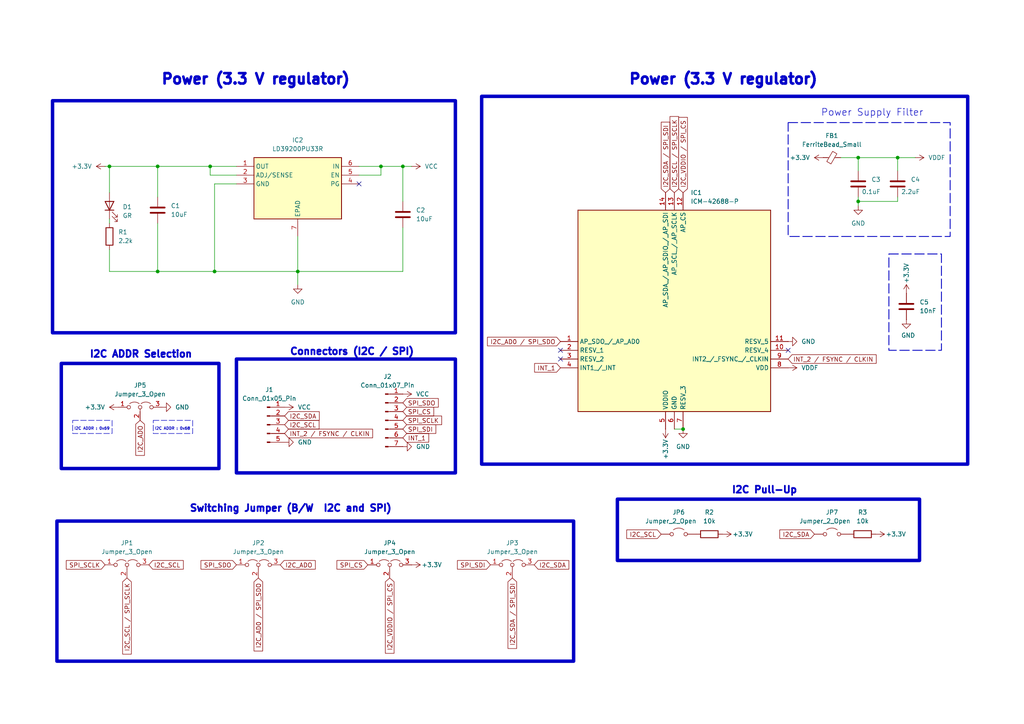
<source format=kicad_sch>
(kicad_sch (version 20231120) (generator "eeschema") (generator_version "8.0")
  (paper "A4")
  (lib_symbols
    (symbol "Connector:Conn_01x05_Pin" (pin_names (offset 1.016) hide)
      (property "Reference" "J" (at 0 7.62 0))
      (property "Value" "Conn_01x05_Pin" (at 0 -7.62 0))
      (symbol "Conn_01x05_Pin_1_1"
        (polyline (pts (xy 1.27 -5.08) (xy 0.8636 -5.08)) (stroke (width 0.1524)))
        (polyline (pts (xy 1.27 -2.54) (xy 0.8636 -2.54)) (stroke (width 0.1524)))
        (polyline (pts (xy 1.27 0) (xy 0.8636 0)) (stroke (width 0.1524)))
        (polyline (pts (xy 1.27 2.54) (xy 0.8636 2.54)) (stroke (width 0.1524)))
        (polyline (pts (xy 1.27 5.08) (xy 0.8636 5.08)) (stroke (width 0.1524)))
        (rectangle (start 0.8636 -4.953) (end 0 -5.207) (stroke (width 0.1524)) (fill (type outline)))
        (rectangle (start 0.8636 -2.413) (end 0 -2.667) (stroke (width 0.1524)) (fill (type outline)))
        (rectangle (start 0.8636 0.127) (end 0 -0.127) (stroke (width 0.1524)) (fill (type outline)))
        (rectangle (start 0.8636 2.667) (end 0 2.413) (stroke (width 0.1524)) (fill (type outline)))
        (rectangle (start 0.8636 5.207) (end 0 4.953) (stroke (width 0.1524)) (fill (type outline)))
        (pin passive line (at 5.08 5.08 180) (length 3.81) (name "Pin_1") (number "1"))
        (pin passive line (at 5.08 2.54 180) (length 3.81) (name "Pin_2") (number "2"))
        (pin passive line (at 5.08 0 180) (length 3.81) (name "Pin_3") (number "3"))
        (pin passive line (at 5.08 -2.54 180) (length 3.81) (name "Pin_4") (number "4"))
        (pin passive line (at 5.08 -5.08 180) (length 3.81) (name "Pin_5") (number "5"))
      )
    )
    (symbol "Connector:Conn_01x07_Pin" (pin_names (offset 1.016) hide)
      (property "Reference" "J" (at 0 10.16 0))
      (property "Value" "Conn_01x07_Pin" (at 0 -10.16 0))
      (symbol "Conn_01x07_Pin_1_1"
        (polyline (pts (xy 1.27 -7.62) (xy 0.8636 -7.62)) (stroke (width 0.1524)))
        (polyline (pts (xy 1.27 -5.08) (xy 0.8636 -5.08)) (stroke (width 0.1524)))
        (polyline (pts (xy 1.27 -2.54) (xy 0.8636 -2.54)) (stroke (width 0.1524)))
        (polyline (pts (xy 1.27 0) (xy 0.8636 0)) (stroke (width 0.1524)))
        (polyline (pts (xy 1.27 2.54) (xy 0.8636 2.54)) (stroke (width 0.1524)))
        (polyline (pts (xy 1.27 5.08) (xy 0.8636 5.08)) (stroke (width 0.1524)))
        (polyline (pts (xy 1.27 7.62) (xy 0.8636 7.62)) (stroke (width 0.1524)))
        (rectangle (start 0.8636 -7.493) (end 0 -7.747) (stroke (width 0.1524)) (fill (type outline)))
        (rectangle (start 0.8636 -4.953) (end 0 -5.207) (stroke (width 0.1524)) (fill (type outline)))
        (rectangle (start 0.8636 -2.413) (end 0 -2.667) (stroke (width 0.1524)) (fill (type outline)))
        (rectangle (start 0.8636 0.127) (end 0 -0.127) (stroke (width 0.1524)) (fill (type outline)))
        (rectangle (start 0.8636 2.667) (end 0 2.413) (stroke (width 0.1524)) (fill (type outline)))
        (rectangle (start 0.8636 5.207) (end 0 4.953) (stroke (width 0.1524)) (fill (type outline)))
        (rectangle (start 0.8636 7.747) (end 0 7.493) (stroke (width 0.1524)) (fill (type outline)))
        (pin passive line (at 5.08 7.62 180) (length 3.81) (name "Pin_1") (number "1"))
        (pin passive line (at 5.08 5.08 180) (length 3.81) (name "Pin_2") (number "2"))
        (pin passive line (at 5.08 2.54 180) (length 3.81) (name "Pin_3") (number "3"))
        (pin passive line (at 5.08 0 180) (length 3.81) (name "Pin_4") (number "4"))
        (pin passive line (at 5.08 -2.54 180) (length 3.81) (name "Pin_5") (number "5"))
        (pin passive line (at 5.08 -5.08 180) (length 3.81) (name "Pin_6") (number "6"))
        (pin passive line (at 5.08 -7.62 180) (length 3.81) (name "Pin_7") (number "7"))
      )
    )
    (symbol "Device:C" (pin_numbers hide) (pin_names (offset 0.254))
      (property "Reference" "C" (at 0.635 2.54 0))
      (property "Value" "C" (at 0.635 -2.54 0))
      (symbol "C_0_1"
        (polyline (pts (xy -2.032 -0.762) (xy 2.032 -0.762)) (stroke (width 0.508)))
        (polyline (pts (xy -2.032 0.762) (xy 2.032 0.762)) (stroke (width 0.508)))
      )
      (symbol "C_1_1"
        (pin passive line (at 0 3.81 270) (length 2.794) (name "~") (number "1"))
        (pin passive line (at 0 -3.81 90) (length 2.794) (name "~") (number "2"))
      )
    )
    (symbol "Device:FerriteBead_Small" (pin_numbers hide) (pin_names (offset 0))
      (property "Reference" "FB" (at 1.905 1.27 0))
      (property "Value" "FerriteBead_Small" (at 1.905 -1.27 0))
      (symbol "FerriteBead_Small_0_1"
        (polyline (pts (xy 0 -1.27) (xy 0 -0.7874)))
        (polyline (pts (xy 0 0.889) (xy 0 1.2954)))
        (polyline (pts (xy -1.8288 0.2794) (xy -1.1176 1.4986) (xy 1.8288 -0.2032) (xy 1.1176 -1.4224) (xy -1.8288 0.2794)))
      )
      (symbol "FerriteBead_Small_1_1"
        (pin passive line (at 0 2.54 270) (length 1.27) (name "~") (number "1"))
        (pin passive line (at 0 -2.54 90) (length 1.27) (name "~") (number "2"))
      )
    )
    (symbol "Device:LED" (pin_numbers hide) (pin_names (offset 1.016) hide)
      (property "Reference" "D" (at 0 2.54 0))
      (property "Value" "LED" (at 0 -2.54 0))
      (symbol "LED_0_1"
        (polyline (pts (xy -1.27 -1.27) (xy -1.27 1.27)) (stroke (width 0.254)))
        (polyline (pts (xy -1.27 0) (xy 1.27 0)))
        (polyline (pts (xy 1.27 -1.27) (xy 1.27 1.27) (xy -1.27 0) (xy 1.27 -1.27)) (stroke (width 0.254)))
        (polyline (pts (xy -3.048 -0.762) (xy -4.572 -2.286) (xy -3.81 -2.286) (xy -4.572 -2.286) (xy -4.572 -1.524)))
        (polyline (pts (xy -1.778 -0.762) (xy -3.302 -2.286) (xy -2.54 -2.286) (xy -3.302 -2.286) (xy -3.302 -1.524)))
      )
      (symbol "LED_1_1"
        (pin passive line (at -3.81 0 0) (length 2.54) (name "K") (number "1"))
        (pin passive line (at 3.81 0 180) (length 2.54) (name "A") (number "2"))
      )
    )
    (symbol "Device:R" (pin_numbers hide) (pin_names (offset 0))
      (property "Reference" "R" (at 2.032 0 90))
      (property "Value" "R" (at 0 0 90))
      (symbol "R_0_1"
        (rectangle (start -1.016 -2.54) (end 1.016 2.54) (stroke (width 0.254)))
      )
      (symbol "R_1_1"
        (pin passive line (at 0 3.81 270) (length 1.27) (name "~") (number "1"))
        (pin passive line (at 0 -3.81 90) (length 1.27) (name "~") (number "2"))
      )
    )
    (symbol "Jumper:Jumper_2_Open" (pin_numbers hide) (pin_names (offset 0) hide) (exclude_from_sim yes)
      (property "Reference" "JP" (at 0 2.794 0))
      (property "Value" "Jumper_2_Open" (at 0 -2.286 0))
      (symbol "Jumper_2_Open_0_0"
        (circle (center -2.032 0) (radius 0.508))
        (circle (center 2.032 0) (radius 0.508))
      )
      (symbol "Jumper_2_Open_0_1"
        (arc (start 1.524 1.27) (mid 0 1.778) (end -1.524 1.27))
      )
      (symbol "Jumper_2_Open_1_1"
        (pin passive line (at -5.08 0 0) (length 2.54) (name "A") (number "1"))
        (pin passive line (at 5.08 0 180) (length 2.54) (name "B") (number "2"))
      )
    )
    (symbol "Jumper:Jumper_3_Open" (pin_names (offset 0) hide) (exclude_from_sim yes) (in_bom no)
      (property "Reference" "JP" (at -2.54 -2.54 0))
      (property "Value" "Jumper_3_Open" (at 0 2.794 0))
      (symbol "Jumper_3_Open_0_0"
        (circle (center -3.302 0) (radius 0.508))
        (circle (center 0 0) (radius 0.508))
        (circle (center 3.302 0) (radius 0.508))
      )
      (symbol "Jumper_3_Open_0_1"
        (arc (start -0.254 1.016) (mid -1.651 1.4992) (end -3.048 1.016))
        (polyline (pts (xy 0 -0.508) (xy 0 -1.27)))
        (arc (start 3.048 1.016) (mid 1.651 1.4992) (end 0.254 1.016))
      )
      (symbol "Jumper_3_Open_1_1"
        (pin passive line (at -6.35 0 0) (length 2.54) (name "A") (number "1"))
        (pin passive line (at 0 -3.81 90) (length 2.54) (name "C") (number "2"))
        (pin passive line (at 6.35 0 180) (length 2.54) (name "B") (number "3"))
      )
    )
    (symbol "SamacSys_Parts:ICM-42688-P"
      (property "Reference" "IC" (at 62.23 43.18 0))
      (property "Value" "ICM-42688-P" (at 62.23 40.64 0))
      (symbol "ICM-42688-P_1_1"
        (rectangle (start 5.08 38.1) (end 60.96 -20.32) (stroke (width 0.254)) (fill (type background)))
        (pin passive line (at 0 0 0) (length 5.08) (name "AP_SDO_/_AP_AD0") (number "1"))
        (pin passive line (at 66.04 -2.54 180) (length 5.08) (name "RESV_4") (number "10"))
        (pin passive line (at 66.04 0 180) (length 5.08) (name "RESV_5") (number "11"))
        (pin passive line (at 35.56 43.18 270) (length 5.08) (name "AP_CS") (number "12"))
        (pin passive line (at 33.02 43.18 270) (length 5.08) (name "AP_SCL_/_AP_SCLK") (number "13"))
        (pin passive line (at 30.48 43.18 270) (length 5.08) (name "AP_SDA_/_AP_SDIO_/_AP_SDI") (number "14"))
        (pin passive line (at 0 -2.54 0) (length 5.08) (name "RESV_1") (number "2"))
        (pin passive line (at 0 -5.08 0) (length 5.08) (name "RESV_2") (number "3"))
        (pin passive line (at 0 -7.62 0) (length 5.08) (name "INT1_/_INT") (number "4"))
        (pin passive line (at 30.48 -25.4 90) (length 5.08) (name "VDDIO") (number "5"))
        (pin passive line (at 33.02 -25.4 90) (length 5.08) (name "GND") (number "6"))
        (pin passive line (at 35.56 -25.4 90) (length 5.08) (name "RESV_3") (number "7"))
        (pin passive line (at 66.04 -7.62 180) (length 5.08) (name "VDD") (number "8"))
        (pin passive line (at 66.04 -5.08 180) (length 5.08) (name "INT2_/_FSYNC_/_CLKIN") (number "9"))
      )
    )
    (symbol "SamacSys_Parts:LD39200PU33R"
      (property "Reference" "IC" (at 31.75 7.62 0))
      (property "Value" "LD39200PU33R" (at 31.75 5.08 0))
      (symbol "LD39200PU33R_1_1"
        (rectangle (start 5.08 2.54) (end 30.48 -15.24) (stroke (width 0.254)) (fill (type background)))
        (pin passive line (at 0 0 0) (length 5.08) (name "OUT") (number "1"))
        (pin passive line (at 0 -2.54 0) (length 5.08) (name "ADJ/SENSE") (number "2"))
        (pin passive line (at 0 -5.08 0) (length 5.08) (name "GND") (number "3"))
        (pin passive line (at 35.56 -5.08 180) (length 5.08) (name "PG") (number "4"))
        (pin passive line (at 35.56 -2.54 180) (length 5.08) (name "EN") (number "5"))
        (pin passive line (at 35.56 0 180) (length 5.08) (name "IN") (number "6"))
        (pin passive line (at 17.78 -20.32 90) (length 5.08) (name "EPAD") (number "7"))
      )
    )
    (symbol "power:+3.3V" (power) (pin_numbers hide) (pin_names (offset 0) hide)
      (property "Value" "+3.3V" (at 0 3.556 0))
      (symbol "+3.3V_0_1"
        (polyline (pts (xy -0.762 1.27) (xy 0 2.54)))
        (polyline (pts (xy 0 0) (xy 0 2.54)))
        (polyline (pts (xy 0 2.54) (xy 0.762 1.27)))
      )
      (symbol "+3.3V_1_1"
        (pin power_in line (at 0 0 90) (length 0) (name "~") (number "1"))
      )
    )
    (symbol "power:GND" (power) (pin_numbers hide) (pin_names (offset 0) hide)
      (property "Value" "GND" (at 0 -3.81 0))
      (symbol "GND_0_1"
        (polyline (pts (xy 0 0) (xy 0 -1.27) (xy 1.27 -1.27) (xy 0 -2.54) (xy -1.27 -1.27) (xy 0 -1.27)))
      )
      (symbol "GND_1_1"
        (pin power_in line (at 0 0 270) (length 0) (name "~") (number "1"))
      )
    )
    (symbol "power:VCC" (power) (pin_numbers hide) (pin_names (offset 0) hide)
      (property "Value" "VCC" (at 0 3.556 0))
      (symbol "VCC_0_1"
        (polyline (pts (xy -0.762 1.27) (xy 0 2.54)))
        (polyline (pts (xy 0 0) (xy 0 2.54)))
        (polyline (pts (xy 0 2.54) (xy 0.762 1.27)))
      )
      (symbol "VCC_1_1"
        (pin power_in line (at 0 0 90) (length 0) (name "~") (number "1"))
      )
    )
    (symbol "power:VDDA" (power) (pin_numbers hide) (pin_names (offset 0) hide)
      (property "Value" "VDDA" (at 0 3.556 0))
      (symbol "VDDA_0_1"
        (polyline (pts (xy -0.762 1.27) (xy 0 2.54)))
        (polyline (pts (xy 0 0) (xy 0 2.54)))
        (polyline (pts (xy 0 2.54) (xy 0.762 1.27)))
      )
      (symbol "VDDA_1_1"
        (pin power_in line (at 0 0 90) (length 0) (name "~") (number "1"))
      )
    )
  )
  (junction (at 110.49 48.26))
  (junction (at 248.92 58.42))
  (junction (at 31.75 48.26))
  (junction (at 45.72 78.74))
  (junction (at 62.23 78.74))
  (junction (at 86.36 78.74))
  (junction (at 116.84 48.26))
  (junction (at 198.12 124.46))
  (junction (at 45.72 48.26))
  (junction (at 260.35 45.72))
  (junction (at 60.96 48.26))
  (junction (at 248.92 45.72))
  (no_connect (at 228.6 101.6))
  (no_connect (at 162.56 104.14))
  (no_connect (at 162.56 101.6))
  (no_connect (at 104.14 53.34))
  (wire (pts (xy 68.58 50.8) (xy 60.96 50.8)))
  (wire (pts (xy 104.14 50.8) (xy 110.49 50.8)))
  (wire (pts (xy 86.36 82.55) (xy 86.36 78.74)))
  (wire (pts (xy 110.49 48.26) (xy 104.14 48.26)))
  (wire (pts (xy 260.35 58.42) (xy 248.92 58.42)))
  (wire (pts (xy 110.49 50.8) (xy 110.49 48.26)))
  (wire (pts (xy 116.84 66.04) (xy 116.84 78.74)))
  (wire (pts (xy 31.75 63.5) (xy 31.75 64.77)))
  (wire (pts (xy 60.96 50.8) (xy 60.96 48.26)))
  (wire (pts (xy 248.92 45.72) (xy 248.92 49.53)))
  (wire (pts (xy 60.96 48.26) (xy 68.58 48.26)))
  (wire (pts (xy 265.43 45.72) (xy 260.35 45.72)))
  (wire (pts (xy 31.75 78.74) (xy 45.72 78.74)))
  (wire (pts (xy 31.75 72.39) (xy 31.75 78.74)))
  (wire (pts (xy 30.48 48.26) (xy 31.75 48.26)))
  (wire (pts (xy 45.72 48.26) (xy 60.96 48.26)))
  (wire (pts (xy 45.72 78.74) (xy 62.23 78.74)))
  (wire (pts (xy 45.72 48.26) (xy 45.72 57.15)))
  (wire (pts (xy 248.92 58.42) (xy 248.92 57.15)))
  (wire (pts (xy 260.35 45.72) (xy 260.35 49.53)))
  (wire (pts (xy 195.58 124.46) (xy 198.12 124.46)))
  (wire (pts (xy 116.84 78.74) (xy 86.36 78.74)))
  (wire (pts (xy 62.23 53.34) (xy 62.23 78.74)))
  (wire (pts (xy 31.75 48.26) (xy 31.75 55.88)))
  (wire (pts (xy 260.35 57.15) (xy 260.35 58.42)))
  (wire (pts (xy 68.58 53.34) (xy 62.23 53.34)))
  (wire (pts (xy 86.36 78.74) (xy 86.36 68.58)))
  (wire (pts (xy 45.72 64.77) (xy 45.72 78.74)))
  (wire (pts (xy 243.84 45.72) (xy 248.92 45.72)))
  (wire (pts (xy 248.92 59.69) (xy 248.92 58.42)))
  (wire (pts (xy 31.75 48.26) (xy 45.72 48.26)))
  (wire (pts (xy 248.92 45.72) (xy 260.35 45.72)))
  (wire (pts (xy 62.23 78.74) (xy 86.36 78.74)))
  (wire (pts (xy 116.84 48.26) (xy 110.49 48.26)))
  (wire (pts (xy 119.38 48.26) (xy 116.84 48.26)))
  (wire (pts (xy 116.84 48.26) (xy 116.84 58.42)))
  (rectangle (start 16.51 151.13) (end 166.37 191.77) (stroke (width 1)))
  (rectangle (start 257.81 73.66) (end 273.05 101.6) (stroke (width 0.25) (type dash)))
  (rectangle (start 17.78 105.41) (end 63.5 135.89) (stroke (width 1)))
  (rectangle (start 44.45 121.92) (end 55.88 125.73) (stroke (width 0) (type dash)))
  (rectangle (start 15.24 29.21) (end 132.08 96.52) (stroke (width 1)))
  (rectangle (start 228.6 35.56) (end 275.59 68.58) (stroke (width 0.25) (type dash)))
  (rectangle (start 68.58 104.14) (end 132.08 137.16) (stroke (width 1)))
  (rectangle (start 139.7 27.94) (end 280.67 134.62) (stroke (width 1)))
  (rectangle (start 179.07 144.78) (end 266.7 162.56) (stroke (width 1)))
  (rectangle (start 21.082 121.92) (end 32.512 125.73) (stroke (width 0) (type dash)))
  (text "Power Supply Filter" (at 252.984 32.766 0) (effects (font (size 2 2))))
  (text "I2C ADDR : 0x69" (at 26.67 124.46 0) (effects (font (size 0.8 0.8))))
  (text "I2C Pull-Up" (at 221.742 142.24 0) (effects (font (size 2 2) (thickness 1) (bold yes))))
  (text "I2C ADDR Selection" (at 40.894 102.87 0) (effects (font (size 2 2) (thickness 1) (bold yes))))
  (text "Power (3.3 V regulator)\n" (at 209.804 23.114 0) (effects (font (size 3 3) (thickness 1) (bold yes))))
  (text "Connectors (I2C / SPI)" (at 102.108 102.108 0) (effects (font (size 2 2) (thickness 1) (bold yes))))
  (text "I2C ADDR : 0x68" (at 50.038 124.46 0) (effects (font (size 0.8 0.8))))
  (text "Switching Jumper (B/W  I2C and SPI)" (at 84.328 147.574 0) (effects (font (size 2 2) (thickness 1) (bold yes))))
  (text "Power (3.3 V regulator)\n" (at 74.168 23.114 0) (effects (font (size 3 3) (thickness 1) (bold yes))))
  (global_label "I2C_SCL {slash} SPI_SCLK" (shape input) (at 195.58 55.88 90) (property "Intersheetrefs" "${INTERSHEET_REFS}" (effects (hide yes))))
  (global_label "INT_1" (shape input) (at 162.56 106.68 180) (property "Intersheetrefs" "${INTERSHEET_REFS}" (effects (hide yes))))
  (global_label "SPI_SDI" (shape input) (at 116.84 124.46 0) (property "Intersheetrefs" "${INTERSHEET_REFS}" (effects (hide yes))))
  (global_label "SPI_CS" (shape input) (at 116.84 119.38 0) (property "Intersheetrefs" "${INTERSHEET_REFS}" (effects (hide yes))))
  (global_label "I2C_SDA" (shape input) (at 236.22 154.94 180) (property "Intersheetrefs" "${INTERSHEET_REFS}" (effects (hide yes))))
  (global_label "INT_2 {slash} FSYNC {slash} CLKIN" (shape input) (at 82.55 125.73 0) (property "Intersheetrefs" "${INTERSHEET_REFS}" (effects (hide yes))))
  (global_label "SPI_SCLK" (shape input) (at 116.84 121.92 0) (property "Intersheetrefs" "${INTERSHEET_REFS}" (effects (hide yes))))
  (global_label "I2C_SDA {slash} SPI_SDI" (shape input) (at 193.04 55.88 90) (property "Intersheetrefs" "${INTERSHEET_REFS}" (effects (hide yes))))
  (global_label "I2C_SCL {slash} SPI_SCLK" (shape input) (at 36.83 167.64 270) (property "Intersheetrefs" "${INTERSHEET_REFS}" (effects (hide yes))))
  (global_label "I2C_SCL" (shape input) (at 82.55 123.19 0) (property "Intersheetrefs" "${INTERSHEET_REFS}" (effects (hide yes))))
  (global_label "I2C_ADO" (shape input) (at 40.64 121.92 270) (property "Intersheetrefs" "${INTERSHEET_REFS}" (effects (hide yes))))
  (global_label "I2C_AD0 {slash} SPI_SDO" (shape input) (at 162.56 99.06 180) (property "Intersheetrefs" "${INTERSHEET_REFS}" (effects (hide yes))))
  (global_label "I2C_SCL" (shape input) (at 43.18 163.83 0) (property "Intersheetrefs" "${INTERSHEET_REFS}" (effects (hide yes))))
  (global_label "SPI_SDO" (shape input) (at 68.58 163.83 180) (property "Intersheetrefs" "${INTERSHEET_REFS}" (effects (hide yes))))
  (global_label "SPI_SCLK" (shape input) (at 30.48 163.83 180) (property "Intersheetrefs" "${INTERSHEET_REFS}" (effects (hide yes))))
  (global_label "I2C_AD0 {slash} SPI_SDO" (shape input) (at 74.93 167.64 270) (property "Intersheetrefs" "${INTERSHEET_REFS}" (effects (hide yes))))
  (global_label "I2C_ADO" (shape input) (at 81.28 163.83 0) (property "Intersheetrefs" "${INTERSHEET_REFS}" (effects (hide yes))))
  (global_label "I2C_SCL" (shape input) (at 191.77 154.94 180) (property "Intersheetrefs" "${INTERSHEET_REFS}" (effects (hide yes))))
  (global_label "SPI_SDI" (shape input) (at 142.24 163.83 180) (property "Intersheetrefs" "${INTERSHEET_REFS}" (effects (hide yes))))
  (global_label "I2C_VDDIO {slash} SPI_CS" (shape input) (at 198.12 55.88 90) (property "Intersheetrefs" "${INTERSHEET_REFS}" (effects (hide yes))))
  (global_label "I2C_SDA {slash} SPI_SDI" (shape input) (at 148.59 167.64 270) (property "Intersheetrefs" "${INTERSHEET_REFS}" (effects (hide yes))))
  (global_label "INT_2 {slash} FSYNC {slash} CLKIN" (shape input) (at 228.6 104.14 0) (property "Intersheetrefs" "${INTERSHEET_REFS}" (effects (hide yes))))
  (global_label "I2C_VDDIO {slash} SPI_CS" (shape input) (at 113.03 167.64 270) (property "Intersheetrefs" "${INTERSHEET_REFS}" (effects (hide yes))))
  (global_label "SPI_CS" (shape input) (at 106.68 163.83 180) (property "Intersheetrefs" "${INTERSHEET_REFS}" (effects (hide yes))))
  (global_label "I2C_SDA" (shape input) (at 154.94 163.83 0) (property "Intersheetrefs" "${INTERSHEET_REFS}" (effects (hide yes))))
  (global_label "INT_1" (shape input) (at 116.84 127 0) (property "Intersheetrefs" "${INTERSHEET_REFS}" (effects (hide yes))))
  (global_label "I2C_SDA" (shape input) (at 82.55 120.65 0) (property "Intersheetrefs" "${INTERSHEET_REFS}" (effects (hide yes))))
  (global_label "SPI_SDO" (shape input) (at 116.84 116.84 0) (property "Intersheetrefs" "${INTERSHEET_REFS}" (effects (hide yes))))
  (symbol (lib_id "power:+3.3V") (at 209.55 154.94 270) (unit 1)
    (property "Reference" "#PWR020" (effects (hide yes)))
    (property "Value" "+3.3V" (at 215.392 154.94 90))
    (property "Description" "Power symbol creates a global label with name \"+3.3V\"" (effects (hide yes)))
  )
  (symbol (lib_id "power:+3.3V") (at 193.04 124.46 180) (unit 1)
    (property "Reference" "#PWR012" (effects (hide yes)))
    (property "Value" "+3.3V" (at 193.04 130.302 90))
    (property "Description" "Power symbol creates a global label with name \"+3.3V\"" (effects (hide yes)))
  )
  (symbol (lib_id "power:GND") (at 86.36 82.55 0) (unit 1)
    (property "Reference" "#PWR02" (effects (hide yes)))
    (property "Value" "GND" (at 86.36 87.63 0))
    (property "Description" "Power symbol creates a global label with name \"GND\" , ground" (effects (hide yes)))
  )
  (symbol (lib_id "Jumper:Jumper_3_Open") (at 113.03 163.83 0) (unit 1) (exclude_from_sim yes) (in_bom no)
    (property "Reference" "JP4" (at 113.03 157.48 0))
    (property "Value" "Jumper_3_Open" (at 113.03 160.02 0))
    (property "Footprint" "Connector_PinHeader_2.54mm:PinHeader_1x03_P2.54mm_Vertical" (effects (hide yes)))
    (property "Description" "Jumper, 3-pole, both open" (effects (hide yes)))
  )
  (symbol (lib_id "SamacSys_Parts:LD39200PU33R") (at 68.58 48.26 0) (unit 1)
    (property "Reference" "IC2" (at 86.36 40.64 0))
    (property "Value" "LD39200PU33R" (at 86.36 43.18 0))
    (property "Footprint" "SON95P300X300X100-7N-D" (effects (hide yes)))
    (property "Datasheet" "https://www.st.com/resource/en/datasheet/ld39200.pdf" (effects (hide yes)))
    (property "Description" "LDO Voltage Regulators 2 A high PSRR ultra low drop linear regulator with reverse current protection" (effects (hide yes)))
    (property "Height" "1" (effects (hide yes)))
    (property "Mouser Part Number" "511-LD39200PU33R" (effects (hide yes)))
    (property "Mouser Price/Stock" "https://www.mouser.co.uk/ProductDetail/STMicroelectronics/LD39200PU33R?qs=WHlX%252B%252B9%2FRwAl6%2FJDqRS1uw%3D%3D" (effects (hide yes)))
    (property "Manufacturer_Name" "STMicroelectronics" (effects (hide yes)))
    (property "Manufacturer_Part_Number" "LD39200PU33R" (effects (hide yes)))
  )
  (symbol (lib_id "Device:C") (at 116.84 62.23 0) (unit 1)
    (property "Reference" "C2" (at 120.65 60.9599 0) (effects (justify left)))
    (property "Value" "10uF" (at 120.65 63.4999 0) (effects (justify left)))
    (property "Footprint" "Capacitor_SMD:C_0603_1608Metric" (effects (hide yes)))
    (property "Description" "Unpolarized capacitor" (effects (hide yes)))
  )
  (symbol (lib_id "power:GND") (at 82.55 128.27 90) (unit 1)
    (property "Reference" "#PWR019" (effects (hide yes)))
    (property "Value" "GND" (at 86.36 128.2699 90) (effects (justify right)))
    (property "Description" "Power symbol creates a global label with name \"GND\" , ground" (effects (hide yes)))
  )
  (symbol (lib_id "Jumper:Jumper_2_Open") (at 241.3 154.94 0) (unit 1) (exclude_from_sim yes)
    (property "Reference" "JP7" (at 241.3 148.59 0))
    (property "Value" "Jumper_2_Open" (at 239.268 151.13 0))
    (property "Footprint" "Connector_PinHeader_2.54mm:PinHeader_1x02_P2.54mm_Vertical" (effects (hide yes)))
    (property "Description" "Jumper, 2-pole, open" (effects (hide yes)))
  )
  (symbol (lib_id "Jumper:Jumper_2_Open") (at 196.85 154.94 0) (unit 1) (exclude_from_sim yes)
    (property "Reference" "JP6" (at 196.85 148.59 0))
    (property "Value" "Jumper_2_Open" (at 194.564 151.13 0))
    (property "Footprint" "Connector_PinHeader_2.54mm:PinHeader_1x02_P2.54mm_Vertical" (effects (hide yes)))
    (property "Description" "Jumper, 2-pole, open" (effects (hide yes)))
  )
  (symbol (lib_id "power:+3.3V") (at 254 154.94 270) (unit 1)
    (property "Reference" "#PWR021" (effects (hide yes)))
    (property "Value" "+3.3V" (at 259.842 154.94 90))
    (property "Description" "Power symbol creates a global label with name \"+3.3V\"" (effects (hide yes)))
  )
  (symbol (lib_id "Device:R") (at 205.74 154.94 90) (unit 1)
    (property "Reference" "R2" (at 205.74 148.59 90))
    (property "Value" "10k" (at 205.74 151.13 90))
    (property "Footprint" "Resistor_SMD:R_0603_1608Metric" (effects (hide yes)))
    (property "Description" "Resistor" (effects (hide yes)))
  )
  (symbol (lib_id "power:VCC") (at 116.84 114.3 270) (unit 1)
    (property "Reference" "#PWR016" (effects (hide yes)))
    (property "Value" "VCC" (at 120.65 114.2999 90) (effects (justify left)))
    (property "Description" "Power symbol creates a global label with name \"VCC\"" (effects (hide yes)))
  )
  (symbol (lib_id "power:+3.3V") (at 30.48 48.26 90) (unit 1)
    (property "Reference" "#PWR01" (effects (hide yes)))
    (property "Value" "+3.3V" (at 26.67 48.2599 90) (effects (justify left)))
    (property "Description" "Power symbol creates a global label with name \"+3.3V\"" (effects (hide yes)))
  )
  (symbol (lib_id "Connector:Conn_01x07_Pin") (at 111.76 121.92 0) (unit 1)
    (property "Reference" "J2" (at 112.395 109.22 0))
    (property "Value" "Conn_01x07_Pin" (at 112.395 111.76 0))
    (property "Footprint" "Connector_PinHeader_2.54mm:PinHeader_1x07_P2.54mm_Vertical" (effects (hide yes)))
    (property "Description" "Generic connector, single row, 01x07, script generated" (effects (hide yes)))
  )
  (symbol (lib_id "Device:C") (at 248.92 53.34 0) (unit 1)
    (property "Reference" "C3" (at 252.73 52.0699 0) (effects (justify left)))
    (property "Value" "0.1uF" (at 249.936 55.626 0) (effects (justify left)))
    (property "Footprint" "Capacitor_SMD:C_0402_1005Metric" (effects (hide yes)))
    (property "Description" "Unpolarized capacitor" (effects (hide yes)))
  )
  (symbol (lib_id "power:VCC") (at 119.38 48.26 270) (unit 1)
    (property "Reference" "#PWR03" (effects (hide yes)))
    (property "Value" "VCC" (at 123.19 48.2599 90) (effects (justify left)))
    (property "Description" "Power symbol creates a global label with name \"VCC\"" (effects (hide yes)))
  )
  (symbol (lib_id "power:GND") (at 46.99 118.11 90) (unit 1)
    (property "Reference" "#PWR014" (effects (hide yes)))
    (property "Value" "GND" (at 50.8 118.1099 90) (effects (justify right)))
    (property "Description" "Power symbol creates a global label with name \"GND\" , ground" (effects (hide yes)))
  )
  (symbol (lib_id "Device:FerriteBead_Small") (at 241.3 45.72 90) (unit 1)
    (property "Reference" "FB1" (at 241.2619 39.37 90))
    (property "Value" "FerriteBead_Small" (at 241.2619 41.91 90))
    (property "Footprint" "Inductor_SMD:L_0603_1608Metric" (effects (hide yes)))
    (property "Description" "Ferrite bead, small symbol" (effects (hide yes)))
  )
  (symbol (lib_id "power:GND") (at 198.12 124.46 0) (unit 1)
    (property "Reference" "#PWR04" (effects (hide yes)))
    (property "Value" "GND" (at 198.12 129.54 0))
    (property "Description" "Power symbol creates a global label with name \"GND\" , ground" (effects (hide yes)))
  )
  (symbol (lib_id "power:+3.3V") (at 34.29 118.11 90) (unit 1)
    (property "Reference" "#PWR013" (effects (hide yes)))
    (property "Value" "+3.3V" (at 30.48 118.1099 90) (effects (justify left)))
    (property "Description" "Power symbol creates a global label with name \"+3.3V\"" (effects (hide yes)))
  )
  (symbol (lib_id "Jumper:Jumper_3_Open") (at 36.83 163.83 0) (unit 1) (exclude_from_sim yes) (in_bom no)
    (property "Reference" "JP1" (at 36.83 157.48 0))
    (property "Value" "Jumper_3_Open" (at 36.83 160.02 0))
    (property "Footprint" "Connector_PinHeader_2.54mm:PinHeader_1x03_P2.54mm_Vertical" (effects (hide yes)))
    (property "Description" "Jumper, 3-pole, both open" (effects (hide yes)))
  )
  (symbol (lib_id "power:GND") (at 116.84 129.54 90) (unit 1)
    (property "Reference" "#PWR018" (effects (hide yes)))
    (property "Value" "GND" (at 120.65 129.5399 90) (effects (justify right)))
    (property "Description" "Power symbol creates a global label with name \"GND\" , ground" (effects (hide yes)))
  )
  (symbol (lib_id "Device:R") (at 250.19 154.94 90) (unit 1)
    (property "Reference" "R3" (at 250.19 148.59 90))
    (property "Value" "10k" (at 250.19 151.13 90))
    (property "Footprint" "Resistor_SMD:R_0603_1608Metric" (effects (hide yes)))
    (property "Description" "Resistor" (effects (hide yes)))
  )
  (symbol (lib_id "Device:C") (at 45.72 60.96 0) (unit 1)
    (property "Reference" "C1" (at 49.53 59.6899 0) (effects (justify left)))
    (property "Value" "10uF" (at 49.53 62.2299 0) (effects (justify left)))
    (property "Footprint" "Capacitor_SMD:C_0603_1608Metric" (effects (hide yes)))
    (property "Description" "Unpolarized capacitor" (effects (hide yes)))
  )
  (symbol (lib_id "SamacSys_Parts:ICM-42688-P") (at 162.56 99.06 0) (unit 1)
    (property "Reference" "IC1" (at 200.3141 55.88 0) (effects (justify left)))
    (property "Value" "ICM-42688-P" (at 200.3141 58.42 0) (effects (justify left)))
    (property "Footprint" "IIM42352" (effects (hide yes)))
    (property "Datasheet" "https://3cfeqx1hf82y3xcoull08ihx-wpengine.netdna-ssl.com/wp-content/uploads/2021/06/DS-000347-ICM-42688-P-v1.5.pdf" (effects (hide yes)))
    (property "Description" "IMU (Inertial Measurement Unit), 6-Axis, Accelerometer, Gyroscope" (effects (hide yes)))
    (property "Mouser Part Number" "410-ICM-42688-P" (effects (hide yes)))
    (property "Mouser Price/Stock" "https://www.mouser.co.uk/ProductDetail/TDK-InvenSense/ICM-42688-P?qs=OlC7AqGiEDk8QrNAV728zw%3D%3D" (effects (hide yes)))
    (property "Manufacturer_Name" "TDK" (effects (hide yes)))
    (property "Manufacturer_Part_Number" "ICM-42688-P" (effects (hide yes)))
  )
  (symbol (lib_id "Jumper:Jumper_3_Open") (at 40.64 118.11 0) (unit 1) (exclude_from_sim yes) (in_bom no)
    (property "Reference" "JP5" (at 40.64 111.76 0))
    (property "Value" "Jumper_3_Open" (at 40.64 114.3 0))
    (property "Footprint" "Connector_PinHeader_2.54mm:PinHeader_1x03_P2.54mm_Vertical" (effects (hide yes)))
    (property "Description" "Jumper, 3-pole, both open" (effects (hide yes)))
  )
  (symbol (lib_id "power:+3.3V") (at 262.89 85.09 0) (unit 1)
    (property "Reference" "#PWR08" (effects (hide yes)))
    (property "Value" "+3.3V" (at 262.89 79.248 90))
    (property "Description" "Power symbol creates a global label with name \"+3.3V\"" (effects (hide yes)))
  )
  (symbol (lib_id "power:VDDA") (at 265.43 45.72 270) (unit 1)
    (property "Reference" "#PWR010" (effects (hide yes)))
    (property "Value" "VDDF" (at 269.24 45.7199 90) (effects (justify left)))
    (property "Description" "Power symbol creates a global label with name \"VDDA\"" (effects (hide yes)))
  )
  (symbol (lib_id "Device:R") (at 31.75 68.58 0) (unit 1)
    (property "Reference" "R1" (at 34.29 67.3099 0) (effects (justify left)))
    (property "Value" "2.2k" (at 34.29 69.8499 0) (effects (justify left)))
    (property "Footprint" "Resistor_SMD:R_0402_1005Metric" (effects (hide yes)))
    (property "Description" "Resistor" (effects (hide yes)))
  )
  (symbol (lib_id "power:GND") (at 248.92 59.69 0) (unit 1)
    (property "Reference" "#PWR07" (effects (hide yes)))
    (property "Value" "GND" (at 248.92 64.77 0))
    (property "Description" "Power symbol creates a global label with name \"GND\" , ground" (effects (hide yes)))
  )
  (symbol (lib_id "Device:C") (at 262.89 88.9 0) (unit 1)
    (property "Reference" "C5" (at 266.7 87.6299 0) (effects (justify left)))
    (property "Value" "10nF" (at 266.7 90.1699 0) (effects (justify left)))
    (property "Footprint" "Capacitor_SMD:C_0402_1005Metric" (effects (hide yes)))
    (property "Description" "Unpolarized capacitor" (effects (hide yes)))
  )
  (symbol (lib_id "power:VCC") (at 82.55 118.11 270) (unit 1)
    (property "Reference" "#PWR017" (effects (hide yes)))
    (property "Value" "VCC" (at 86.36 118.1099 90) (effects (justify left)))
    (property "Description" "Power symbol creates a global label with name \"VCC\"" (effects (hide yes)))
  )
  (symbol (lib_id "Device:LED") (at 31.75 59.69 90) (unit 1)
    (property "Reference" "D1" (at 35.56 60.0074 90) (effects (justify right)))
    (property "Value" "GR" (at 35.56 62.5474 90) (effects (justify right)))
    (property "Footprint" "LED_SMD:LED_0603_1608Metric" (effects (hide yes)))
    (property "Description" "Light emitting diode" (effects (hide yes)))
  )
  (symbol (lib_id "power:GND") (at 262.89 92.71 0) (unit 1)
    (property "Reference" "#PWR09" (effects (hide yes)))
    (property "Value" "GND" (at 263.398 97.282 0))
    (property "Description" "Power symbol creates a global label with name \"GND\" , ground" (effects (hide yes)))
  )
  (symbol (lib_id "Device:C") (at 260.35 53.34 0) (unit 1)
    (property "Reference" "C4" (at 264.16 52.0699 0) (effects (justify left)))
    (property "Value" "2.2uF" (at 261.366 55.626 0) (effects (justify left)))
    (property "Footprint" "Capacitor_SMD:C_0402_1005Metric" (effects (hide yes)))
    (property "Description" "Unpolarized capacitor" (effects (hide yes)))
  )
  (symbol (lib_id "Jumper:Jumper_3_Open") (at 74.93 163.83 0) (unit 1) (exclude_from_sim yes) (in_bom no)
    (property "Reference" "JP2" (at 74.93 157.48 0))
    (property "Value" "Jumper_3_Open" (at 74.93 160.02 0))
    (property "Footprint" "Connector_PinHeader_2.54mm:PinHeader_1x03_P2.54mm_Vertical" (effects (hide yes)))
    (property "Description" "Jumper, 3-pole, both open" (effects (hide yes)))
  )
  (symbol (lib_id "power:GND") (at 228.6 99.06 90) (unit 1)
    (property "Reference" "#PWR05" (effects (hide yes)))
    (property "Value" "GND" (at 232.41 99.0599 90) (effects (justify right)))
    (property "Description" "Power symbol creates a global label with name \"GND\" , ground" (effects (hide yes)))
  )
  (symbol (lib_id "power:VDDA") (at 228.6 106.68 270) (unit 1)
    (property "Reference" "#PWR011" (effects (hide yes)))
    (property "Value" "VDDF" (at 232.41 106.6799 90) (effects (justify left)))
    (property "Description" "Power symbol creates a global label with name \"VDDA\"" (effects (hide yes)))
  )
  (symbol (lib_id "Jumper:Jumper_3_Open") (at 148.59 163.83 0) (unit 1) (exclude_from_sim yes) (in_bom no)
    (property "Reference" "JP3" (at 148.59 157.48 0))
    (property "Value" "Jumper_3_Open" (at 148.59 160.02 0))
    (property "Footprint" "Connector_PinHeader_2.54mm:PinHeader_1x03_P2.54mm_Vertical" (effects (hide yes)))
    (property "Description" "Jumper, 3-pole, both open" (effects (hide yes)))
  )
  (symbol (lib_id "power:+3.3V") (at 119.38 163.83 270) (unit 1)
    (property "Reference" "#PWR015" (effects (hide yes)))
    (property "Value" "+3.3V" (at 125.222 163.83 90))
    (property "Description" "Power symbol creates a global label with name \"+3.3V\"" (effects (hide yes)))
  )
  (symbol (lib_id "power:+3.3V") (at 238.76 45.72 90) (unit 1)
    (property "Reference" "#PWR06" (effects (hide yes)))
    (property "Value" "+3.3V" (at 234.95 45.7199 90) (effects (justify left)))
    (property "Description" "Power symbol creates a global label with name \"+3.3V\"" (effects (hide yes)))
  )
  (symbol (lib_id "Connector:Conn_01x05_Pin") (at 77.47 123.19 0) (unit 1)
    (property "Reference" "J1" (at 78.105 113.03 0))
    (property "Value" "Conn_01x05_Pin" (at 78.105 115.57 0))
    (property "Footprint" "Connector_PinHeader_2.54mm:PinHeader_1x05_P2.54mm_Vertical" (effects (hide yes)))
    (property "Description" "Generic connector, single row, 01x05, script generated" (effects (hide yes)))
  )
)
</source>
